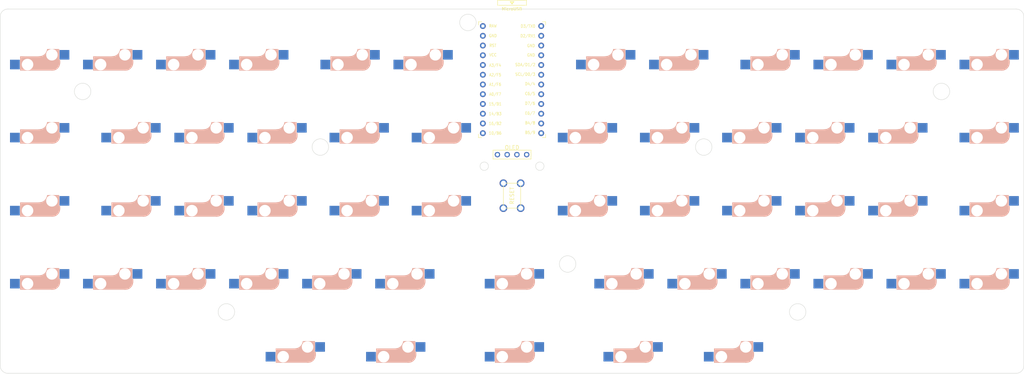
<source format=kicad_pcb>
(kicad_pcb (version 20171130) (host pcbnew "(5.1.9)-1")
  (layers (0 F.Cu signal) (31 B.Cu signal) (34 B.Paste user) (35 F.Paste user) (36 B.SilkS user) (37 F.SilkS user) (38 B.Mask user) (39 F.Mask user) (44 Edge.Cuts user))
  (net 0 "")
  (net 1 /ROW2)
  (net 2 "Net-(D1-Pad2)")
  (net 3 "Net-(D2-Pad2)")
  (net 4 "Net-(D3-Pad2)")
  (net 5 "Net-(D4-Pad2)")
  (net 6 "Net-(D5-Pad2)")
  (net 7 "Net-(D6-Pad2)")
  (net 8 /ROW1)
  (net 9 "Net-(D7-Pad2)")
  (net 10 "Net-(D8-Pad2)")
  (net 11 "Net-(D9-Pad2)")
  (net 12 "Net-(D10-Pad2)")
  (net 13 "Net-(D11-Pad2)")
  (net 14 "Net-(D12-Pad2)")
  (net 15 "Net-(D13-Pad2)")
  (net 16 /ROW4)
  (net 17 "Net-(D14-Pad2)")
  (net 18 "Net-(D15-Pad2)")
  (net 19 "Net-(D16-Pad2)")
  (net 20 "Net-(D17-Pad2)")
  (net 21 "Net-(D18-Pad2)")
  (net 22 "Net-(D19-Pad2)")
  (net 23 /ROW3)
  (net 24 "Net-(D20-Pad2)")
  (net 25 "Net-(D21-Pad2)")
  (net 26 "Net-(D22-Pad2)")
  (net 27 "Net-(D23-Pad2)")
  (net 28 "Net-(D24-Pad2)")
  (net 29 /ROW6)
  (net 30 "Net-(D25-Pad2)")
  (net 31 "Net-(D26-Pad2)")
  (net 32 "Net-(D27-Pad2)")
  (net 33 "Net-(D28-Pad2)")
  (net 34 "Net-(D29-Pad2)")
  (net 35 "Net-(D30-Pad2)")
  (net 36 /ROW5)
  (net 37 "Net-(D31-Pad2)")
  (net 38 "Net-(D32-Pad2)")
  (net 39 "Net-(D33-Pad2)")
  (net 40 "Net-(D34-Pad2)")
  (net 41 "Net-(D35-Pad2)")
  (net 42 "Net-(D36-Pad2)")
  (net 43 /ROW8)
  (net 44 "Net-(D37-Pad2)")
  (net 45 "Net-(D38-Pad2)")
  (net 46 "Net-(D39-Pad2)")
  (net 47 "Net-(D40-Pad2)")
  (net 48 "Net-(D41-Pad2)")
  (net 49 "Net-(D42-Pad2)")
  (net 50 /ROW7)
  (net 51 "Net-(D43-Pad2)")
  (net 52 "Net-(D44-Pad2)")
  (net 53 "Net-(D45-Pad2)")
  (net 54 "Net-(D46-Pad2)")
  (net 55 "Net-(D47-Pad2)")
  (net 56 "Net-(D48-Pad2)")
  (net 57 "Net-(D49-Pad2)")
  (net 58 /ROW9)
  (net 59 "Net-(D50-Pad2)")
  (net 60 "Net-(D51-Pad2)")
  (net 61 "Net-(D52-Pad2)")
  (net 62 "Net-(D53-Pad2)")
  (net 63 "Net-(D54-Pad2)")
  (net 64 VCC)
  (net 65 /LED)
  (net 66 GND)
  (net 67 /SDA)
  (net 68 /SDL)
  (net 69 /COL1)
  (net 70 /COL2)
  (net 71 /COL3)
  (net 72 /COL4)
  (net 73 /COL5)
  (net 74 /COL6)
  (net 75 /RST)
  (net 76 "Net-(U1-Pad24)")
  (module yuiop:Cherry_MX_Stabilizer (layer F.Cu) (at 210 188.0937)
    (fp_text reference REF** hide)
    (fp_text value Cherry_MX_Stabilizer hide)
    (pad "" np_thru_hole circle (at -11.938 6.985 180) (size 3.048 3.048) (drill 3.048) (layers *.Cu *.Mask))
    (pad "" np_thru_hole circle (at -11.938 -8.255 180) (size 3.9878 3.9878) (drill 3.9878) (layers *.Cu *.Mask))
    (pad "" np_thru_hole circle (at 11.938 -8.255 180) (size 3.9878 3.9878) (drill 3.9878) (layers *.Cu *.Mask))
    (pad "" np_thru_hole circle (at 11.938 6.985 180) (size 3.048 3.048) (drill 3.048) (layers *.Cu *.Mask))
  )
  (module yuiop:Cherry_MX_Hotswap_2.0u (layer F.Cu) (at 210 188.09374)
    (fp_text reference SW52 hide)
    (fp_text value SW_PUSH hide)
    (pad "" np_thru_hole circle (at -5.08 0 180) (size 1.9 1.9) (drill 1.9) (layers *.Cu *.Mask))
    (pad "" np_thru_hole circle (at 5.08 0 180) (size 1.9 1.9) (drill 1.9) (layers *.Cu *.Mask))
    (pad 2 smd rect (at -5.842 5.08) (size 2.55 2.5) (layers B.Cu B.Paste B.Mask) (net 61 "Net-(D52-Pad2)"))
    (pad "" np_thru_hole circle (at 0 0 270) (size 4.1 4.1) (drill 4.1) (layers *.Cu *.Mask))
    (pad "" np_thru_hole circle (at -2.54 5.08 180) (size 3 3) (drill 3) (layers *.Cu *.Mask))
    (pad "" np_thru_hole circle (at 3.81 2.54 180) (size 3 3) (drill 3) (layers *.Cu *.Mask))
    (pad 1 smd rect (at 7.085 2.54) (size 2.55 2.5) (layers B.Cu B.Paste B.Mask) (net 74 /COL6))
  )
  (module yuiop:Cherry_MX_Hotswap_1.0u (layer F.Cu) (at 333.8255 169.04374)
    (fp_text reference SW48 hide)
    (fp_text value SW_PUSH hide)
    (pad "" np_thru_hole circle (at 3.81 2.54 180) (size 3 3) (drill 3) (layers *.Cu *.Mask))
    (pad "" np_thru_hole circle (at -2.54 5.08 180) (size 3 3) (drill 3) (layers *.Cu *.Mask))
    (pad 1 smd rect (at 7.085 2.54) (size 2.55 2.5) (layers B.Cu B.Paste B.Mask) (net 74 /COL6))
    (pad "" np_thru_hole circle (at 0 0 270) (size 4.1 4.1) (drill 4.1) (layers *.Cu *.Mask))
    (pad "" np_thru_hole circle (at -5.08 0 180) (size 1.9 1.9) (drill 1.9) (layers *.Cu *.Mask))
    (pad "" np_thru_hole circle (at 5.08 0 180) (size 1.9 1.9) (drill 1.9) (layers *.Cu *.Mask))
    (pad 2 smd rect (at -5.842 5.08) (size 2.55 2.5) (layers B.Cu B.Paste B.Mask) (net 56 "Net-(D48-Pad2)"))
  )
  (module yuiop:Cherry_MX_Hotswap_1.0u (layer F.Cu) (at 333.8255 149.99374)
    (fp_text reference SW36 hide)
    (fp_text value SW_PUSH hide)
    (pad "" np_thru_hole circle (at 3.81 2.54 180) (size 3 3) (drill 3) (layers *.Cu *.Mask))
    (pad "" np_thru_hole circle (at -2.54 5.08 180) (size 3 3) (drill 3) (layers *.Cu *.Mask))
    (pad 1 smd rect (at 7.085 2.54) (size 2.55 2.5) (layers B.Cu B.Paste B.Mask) (net 74 /COL6))
    (pad "" np_thru_hole circle (at 0 0 270) (size 4.1 4.1) (drill 4.1) (layers *.Cu *.Mask))
    (pad "" np_thru_hole circle (at -5.08 0 180) (size 1.9 1.9) (drill 1.9) (layers *.Cu *.Mask))
    (pad "" np_thru_hole circle (at 5.08 0 180) (size 1.9 1.9) (drill 1.9) (layers *.Cu *.Mask))
    (pad 2 smd rect (at -5.842 5.08) (size 2.55 2.5) (layers B.Cu B.Paste B.Mask) (net 42 "Net-(D36-Pad2)"))
  )
  (module yuiop:Cherry_MX_Hotswap_1.0u (layer F.Cu) (at 333.82475 130.94374)
    (fp_text reference SW24 hide)
    (fp_text value SW_PUSH hide)
    (pad "" np_thru_hole circle (at 3.81 2.54 180) (size 3 3) (drill 3) (layers *.Cu *.Mask))
    (pad "" np_thru_hole circle (at -2.54 5.08 180) (size 3 3) (drill 3) (layers *.Cu *.Mask))
    (pad 1 smd rect (at 7.085 2.54) (size 2.55 2.5) (layers B.Cu B.Paste B.Mask) (net 74 /COL6))
    (pad "" np_thru_hole circle (at 0 0 270) (size 4.1 4.1) (drill 4.1) (layers *.Cu *.Mask))
    (pad "" np_thru_hole circle (at -5.08 0 180) (size 1.9 1.9) (drill 1.9) (layers *.Cu *.Mask))
    (pad "" np_thru_hole circle (at 5.08 0 180) (size 1.9 1.9) (drill 1.9) (layers *.Cu *.Mask))
    (pad 2 smd rect (at -5.842 5.08) (size 2.55 2.5) (layers B.Cu B.Paste B.Mask) (net 28 "Net-(D24-Pad2)"))
  )
  (module yuiop:Cherry_MX_Hotswap_1.0u (layer F.Cu) (at 86.175 169.04374)
    (fp_text reference SW37 hide)
    (fp_text value SW_PUSH hide)
    (pad "" np_thru_hole circle (at 3.81 2.54 180) (size 3 3) (drill 3) (layers *.Cu *.Mask))
    (pad "" np_thru_hole circle (at -2.54 5.08 180) (size 3 3) (drill 3) (layers *.Cu *.Mask))
    (pad 1 smd rect (at 7.085 2.54) (size 2.55 2.5) (layers B.Cu B.Paste B.Mask) (net 69 /COL1))
    (pad "" np_thru_hole circle (at 0 0 270) (size 4.1 4.1) (drill 4.1) (layers *.Cu *.Mask))
    (pad "" np_thru_hole circle (at -5.08 0 180) (size 1.9 1.9) (drill 1.9) (layers *.Cu *.Mask))
    (pad "" np_thru_hole circle (at 5.08 0 180) (size 1.9 1.9) (drill 1.9) (layers *.Cu *.Mask))
    (pad 2 smd rect (at -5.842 5.08) (size 2.55 2.5) (layers B.Cu B.Paste B.Mask) (net 44 "Net-(D37-Pad2)"))
  )
  (module yuiop:Cherry_MX_Hotswap_1.0u (layer F.Cu) (at 86.175 149.99374)
    (fp_text reference SW25 hide)
    (fp_text value SW_PUSH hide)
    (pad "" np_thru_hole circle (at 3.81 2.54 180) (size 3 3) (drill 3) (layers *.Cu *.Mask))
    (pad "" np_thru_hole circle (at -2.54 5.08 180) (size 3 3) (drill 3) (layers *.Cu *.Mask))
    (pad 1 smd rect (at 7.085 2.54) (size 2.55 2.5) (layers B.Cu B.Paste B.Mask) (net 69 /COL1))
    (pad "" np_thru_hole circle (at 0 0 270) (size 4.1 4.1) (drill 4.1) (layers *.Cu *.Mask))
    (pad "" np_thru_hole circle (at -5.08 0 180) (size 1.9 1.9) (drill 1.9) (layers *.Cu *.Mask))
    (pad "" np_thru_hole circle (at 5.08 0 180) (size 1.9 1.9) (drill 1.9) (layers *.Cu *.Mask))
    (pad 2 smd rect (at -5.842 5.08) (size 2.55 2.5) (layers B.Cu B.Paste B.Mask) (net 30 "Net-(D25-Pad2)"))
  )
  (module yuiop:Cherry_MX_Hotswap_1.0u (layer F.Cu) (at 86.17505 130.94374)
    (fp_text reference SW13 hide)
    (fp_text value SW_PUSH hide)
    (pad "" np_thru_hole circle (at 3.81 2.54 180) (size 3 3) (drill 3) (layers *.Cu *.Mask))
    (pad "" np_thru_hole circle (at -2.54 5.08 180) (size 3 3) (drill 3) (layers *.Cu *.Mask))
    (pad 1 smd rect (at 7.085 2.54) (size 2.55 2.5) (layers B.Cu B.Paste B.Mask) (net 69 /COL1))
    (pad "" np_thru_hole circle (at 0 0 270) (size 4.1 4.1) (drill 4.1) (layers *.Cu *.Mask))
    (pad "" np_thru_hole circle (at -5.08 0 180) (size 1.9 1.9) (drill 1.9) (layers *.Cu *.Mask))
    (pad "" np_thru_hole circle (at 5.08 0 180) (size 1.9 1.9) (drill 1.9) (layers *.Cu *.Mask))
    (pad 2 smd rect (at -5.842 5.08) (size 2.55 2.5) (layers B.Cu B.Paste B.Mask) (net 15 "Net-(D13-Pad2)"))
  )
  (module yuiop:Cherry_MX_Hotswap_1.0u (layer F.Cu) (at 210 169.04374)
    (fp_text reference SW49 hide)
    (fp_text value SW_PUSH hide)
    (pad "" np_thru_hole circle (at 3.81 2.54 180) (size 3 3) (drill 3) (layers *.Cu *.Mask))
    (pad "" np_thru_hole circle (at -2.54 5.08 180) (size 3 3) (drill 3) (layers *.Cu *.Mask))
    (pad 1 smd rect (at 7.085 2.54) (size 2.55 2.5) (layers B.Cu B.Paste B.Mask) (net 69 /COL1))
    (pad "" np_thru_hole circle (at 0 0 270) (size 4.1 4.1) (drill 4.1) (layers *.Cu *.Mask))
    (pad "" np_thru_hole circle (at -5.08 0 180) (size 1.9 1.9) (drill 1.9) (layers *.Cu *.Mask))
    (pad "" np_thru_hole circle (at 5.08 0 180) (size 1.9 1.9) (drill 1.9) (layers *.Cu *.Mask))
    (pad 2 smd rect (at -5.842 5.08) (size 2.55 2.5) (layers B.Cu B.Paste B.Mask) (net 57 "Net-(D49-Pad2)"))
  )
  (module yuiop:Cherry_MX_Hotswap_1u (layer F.Cu) (at 109.98725 130.94374)
    (fp_text reference SW14 hide)
    (fp_text value SW_PUSH hide)
    (pad "" np_thru_hole circle (at 3.81 2.54 180) (size 3 3) (drill 3) (layers *.Cu *.Mask))
    (pad "" np_thru_hole circle (at -2.54 5.08 180) (size 3 3) (drill 3) (layers *.Cu *.Mask))
    (pad 1 smd rect (at 7.085 2.54) (size 2.55 2.5) (layers B.Cu B.Paste B.Mask) (net 70 /COL2))
    (pad "" np_thru_hole circle (at 0 0 270) (size 4.1 4.1) (drill 4.1) (layers *.Cu *.Mask))
    (pad "" np_thru_hole circle (at -5.08 0 180) (size 1.9 1.9) (drill 1.9) (layers *.Cu *.Mask))
    (pad "" np_thru_hole circle (at 5.08 0 180) (size 1.9 1.9) (drill 1.9) (layers *.Cu *.Mask))
    (pad 2 smd rect (at -5.842 5.08) (size 2.55 2.5) (layers B.Cu B.Paste B.Mask) (net 17 "Net-(D14-Pad2)"))
  )
  (module yuiop:ResetSW_4_1side (layer F.Cu) (at 210 151.18474 90)
    (fp_text reference SW_RST1 hide)
    (fp_text value SW_PUSH)
    (fp_text user RESET (at 0 0 90) (layer F.SilkS))
    (pad 1 thru_hole circle (at 3.25 -2.25 90) (size 2 2) (drill 1.3) (layers *.Cu B.Mask) (net 75 /RST))
    (pad 1 thru_hole circle (at -3.25 -2.25 90) (size 2 2) (drill 1.3) (layers *.Cu B.Mask) (net 75 /RST))
    (pad 2 thru_hole circle (at 3.25 2.25 90) (size 2 2) (drill 1.3) (layers *.Cu B.Mask) (net 66 GND))
    (pad 2 thru_hole circle (at -3.25 2.25 90) (size 2 2) (drill 1.3) (layers *.Cu B.Mask) (net 66 GND))
  )
  (module yuiop:OLED_128x32 (layer F.Cu) (at 210 140.46874)
    (fp_text reference OL1)
    (fp_text value OLED hide)
    (fp_text user OLED (at 0 -1.85) (layer F.SilkS))
    (pad 3 thru_hole circle (at 1.27 0) (size 1.397 1.397) (drill 0.8128) (layers *.Cu B.Mask) (net 64 VCC))
    (pad 4 thru_hole circle (at 3.81 0) (size 1.397 1.397) (drill 0.8128) (layers *.Cu B.Mask) (net 66 GND))
    (pad 1 thru_hole circle (at -3.81 0) (size 1.397 1.397) (drill 0.8128) (layers *.Cu B.Mask) (net 67 /SDA))
    (pad 2 thru_hole circle (at -1.27 0) (size 1.397 1.397) (drill 0.8128) (layers *.Cu B.Mask) (net 68 /SDL))
  )
  (module yuiop:Cherry_MX_Hotswap_1u (layer F.Cu) (at 86.17505 111.89374)
    (fp_text reference SW1 hide)
    (fp_text value SW_PUSH hide)
    (pad 2 smd rect (at -5.842 5.08) (size 2.55 2.5) (layers B.Cu B.Paste B.Mask) (net 2 "Net-(D1-Pad2)"))
    (pad "" np_thru_hole circle (at 5.08 0 180) (size 1.9 1.9) (drill 1.9) (layers *.Cu *.Mask))
    (pad "" np_thru_hole circle (at -5.08 0 180) (size 1.9 1.9) (drill 1.9) (layers *.Cu *.Mask))
    (pad "" np_thru_hole circle (at 0 0 270) (size 4.1 4.1) (drill 4.1) (layers *.Cu *.Mask))
    (pad 1 smd rect (at 7.085 2.54) (size 2.55 2.5) (layers B.Cu B.Paste B.Mask) (net 69 /COL1))
    (pad "" np_thru_hole circle (at -2.54 5.08 180) (size 3 3) (drill 3) (layers *.Cu *.Mask))
    (pad "" np_thru_hole circle (at 3.81 2.54 180) (size 3 3) (drill 3) (layers *.Cu *.Mask))
  )
  (module yuiop:Cherry_MX_Hotswap_1u (layer F.Cu) (at 105.22525 111.89374)
    (fp_text reference SW2 hide)
    (fp_text value SW_PUSH hide)
    (pad 2 smd rect (at -5.842 5.08) (size 2.55 2.5) (layers B.Cu B.Paste B.Mask) (net 3 "Net-(D2-Pad2)"))
    (pad "" np_thru_hole circle (at 5.08 0 180) (size 1.9 1.9) (drill 1.9) (layers *.Cu *.Mask))
    (pad "" np_thru_hole circle (at -5.08 0 180) (size 1.9 1.9) (drill 1.9) (layers *.Cu *.Mask))
    (pad "" np_thru_hole circle (at 0 0 270) (size 4.1 4.1) (drill 4.1) (layers *.Cu *.Mask))
    (pad 1 smd rect (at 7.085 2.54) (size 2.55 2.5) (layers B.Cu B.Paste B.Mask) (net 70 /COL2))
    (pad "" np_thru_hole circle (at -2.54 5.08 180) (size 3 3) (drill 3) (layers *.Cu *.Mask))
    (pad "" np_thru_hole circle (at 3.81 2.54 180) (size 3 3) (drill 3) (layers *.Cu *.Mask))
  )
  (module yuiop:Cherry_MX_Hotswap_1u (layer F.Cu) (at 124.27525 111.89374)
    (fp_text reference SW3 hide)
    (fp_text value SW_PUSH hide)
    (pad "" np_thru_hole circle (at 3.81 2.54 180) (size 3 3) (drill 3) (layers *.Cu *.Mask))
    (pad "" np_thru_hole circle (at -2.54 5.08 180) (size 3 3) (drill 3) (layers *.Cu *.Mask))
    (pad 1 smd rect (at 7.085 2.54) (size 2.55 2.5) (layers B.Cu B.Paste B.Mask) (net 71 /COL3))
    (pad "" np_thru_hole circle (at 0 0 270) (size 4.1 4.1) (drill 4.1) (layers *.Cu *.Mask))
    (pad "" np_thru_hole circle (at -5.08 0 180) (size 1.9 1.9) (drill 1.9) (layers *.Cu *.Mask))
    (pad "" np_thru_hole circle (at 5.08 0 180) (size 1.9 1.9) (drill 1.9) (layers *.Cu *.Mask))
    (pad 2 smd rect (at -5.842 5.08) (size 2.55 2.5) (layers B.Cu B.Paste B.Mask) (net 4 "Net-(D3-Pad2)"))
  )
  (module yuiop:Cherry_MX_Hotswap_1u (layer F.Cu) (at 143.32525 111.89374)
    (fp_text reference SW4 hide)
    (fp_text value SW_PUSH hide)
    (pad 2 smd rect (at -5.842 5.08) (size 2.55 2.5) (layers B.Cu B.Paste B.Mask) (net 5 "Net-(D4-Pad2)"))
    (pad "" np_thru_hole circle (at 5.08 0 180) (size 1.9 1.9) (drill 1.9) (layers *.Cu *.Mask))
    (pad "" np_thru_hole circle (at -5.08 0 180) (size 1.9 1.9) (drill 1.9) (layers *.Cu *.Mask))
    (pad "" np_thru_hole circle (at 0 0 270) (size 4.1 4.1) (drill 4.1) (layers *.Cu *.Mask))
    (pad 1 smd rect (at 7.085 2.54) (size 2.55 2.5) (layers B.Cu B.Paste B.Mask) (net 72 /COL4))
    (pad "" np_thru_hole circle (at -2.54 5.08 180) (size 3 3) (drill 3) (layers *.Cu *.Mask))
    (pad "" np_thru_hole circle (at 3.81 2.54 180) (size 3 3) (drill 3) (layers *.Cu *.Mask))
  )
  (module yuiop:Cherry_MX_Hotswap_1u (layer F.Cu) (at 167.13725 111.89374)
    (fp_text reference SW5 hide)
    (fp_text value SW_PUSH hide)
    (pad 2 smd rect (at -5.842 5.08) (size 2.55 2.5) (layers B.Cu B.Paste B.Mask) (net 6 "Net-(D5-Pad2)"))
    (pad "" np_thru_hole circle (at 5.08 0 180) (size 1.9 1.9) (drill 1.9) (layers *.Cu *.Mask))
    (pad "" np_thru_hole circle (at -5.08 0 180) (size 1.9 1.9) (drill 1.9) (layers *.Cu *.Mask))
    (pad "" np_thru_hole circle (at 0 0 270) (size 4.1 4.1) (drill 4.1) (layers *.Cu *.Mask))
    (pad 1 smd rect (at 7.085 2.54) (size 2.55 2.5) (layers B.Cu B.Paste B.Mask) (net 73 /COL5))
    (pad "" np_thru_hole circle (at -2.54 5.08 180) (size 3 3) (drill 3) (layers *.Cu *.Mask))
    (pad "" np_thru_hole circle (at 3.81 2.54 180) (size 3 3) (drill 3) (layers *.Cu *.Mask))
  )
  (module yuiop:Cherry_MX_Hotswap_1u (layer F.Cu) (at 186.18725 111.89374)
    (fp_text reference SW6 hide)
    (fp_text value SW_PUSH hide)
    (pad "" np_thru_hole circle (at 3.81 2.54 180) (size 3 3) (drill 3) (layers *.Cu *.Mask))
    (pad "" np_thru_hole circle (at -2.54 5.08 180) (size 3 3) (drill 3) (layers *.Cu *.Mask))
    (pad 1 smd rect (at 7.085 2.54) (size 2.55 2.5) (layers B.Cu B.Paste B.Mask) (net 74 /COL6))
    (pad "" np_thru_hole circle (at 0 0 270) (size 4.1 4.1) (drill 4.1) (layers *.Cu *.Mask))
    (pad "" np_thru_hole circle (at -5.08 0 180) (size 1.9 1.9) (drill 1.9) (layers *.Cu *.Mask))
    (pad "" np_thru_hole circle (at 5.08 0 180) (size 1.9 1.9) (drill 1.9) (layers *.Cu *.Mask))
    (pad 2 smd rect (at -5.842 5.08) (size 2.55 2.5) (layers B.Cu B.Paste B.Mask) (net 7 "Net-(D6-Pad2)"))
  )
  (module yuiop:Cherry_MX_Hotswap_1u (layer F.Cu) (at 233.81275 111.89374)
    (fp_text reference SW7 hide)
    (fp_text value SW_PUSH hide)
    (pad "" np_thru_hole circle (at 3.81 2.54 180) (size 3 3) (drill 3) (layers *.Cu *.Mask))
    (pad "" np_thru_hole circle (at -2.54 5.08 180) (size 3 3) (drill 3) (layers *.Cu *.Mask))
    (pad 1 smd rect (at 7.085 2.54) (size 2.55 2.5) (layers B.Cu B.Paste B.Mask) (net 69 /COL1))
    (pad "" np_thru_hole circle (at 0 0 270) (size 4.1 4.1) (drill 4.1) (layers *.Cu *.Mask))
    (pad "" np_thru_hole circle (at -5.08 0 180) (size 1.9 1.9) (drill 1.9) (layers *.Cu *.Mask))
    (pad "" np_thru_hole circle (at 5.08 0 180) (size 1.9 1.9) (drill 1.9) (layers *.Cu *.Mask))
    (pad 2 smd rect (at -5.842 5.08) (size 2.55 2.5) (layers B.Cu B.Paste B.Mask) (net 9 "Net-(D7-Pad2)"))
  )
  (module yuiop:Cherry_MX_Hotswap_1u (layer F.Cu) (at 252.86275 111.89374)
    (fp_text reference SW8 hide)
    (fp_text value SW_PUSH hide)
    (pad "" np_thru_hole circle (at 3.81 2.54 180) (size 3 3) (drill 3) (layers *.Cu *.Mask))
    (pad "" np_thru_hole circle (at -2.54 5.08 180) (size 3 3) (drill 3) (layers *.Cu *.Mask))
    (pad 1 smd rect (at 7.085 2.54) (size 2.55 2.5) (layers B.Cu B.Paste B.Mask) (net 70 /COL2))
    (pad "" np_thru_hole circle (at 0 0 270) (size 4.1 4.1) (drill 4.1) (layers *.Cu *.Mask))
    (pad "" np_thru_hole circle (at -5.08 0 180) (size 1.9 1.9) (drill 1.9) (layers *.Cu *.Mask))
    (pad "" np_thru_hole circle (at 5.08 0 180) (size 1.9 1.9) (drill 1.9) (layers *.Cu *.Mask))
    (pad 2 smd rect (at -5.842 5.08) (size 2.55 2.5) (layers B.Cu B.Paste B.Mask) (net 10 "Net-(D8-Pad2)"))
  )
  (module yuiop:Cherry_MX_Hotswap_1u (layer F.Cu) (at 276.67475 111.89374)
    (fp_text reference SW9 hide)
    (fp_text value SW_PUSH hide)
    (pad 2 smd rect (at -5.842 5.08) (size 2.55 2.5) (layers B.Cu B.Paste B.Mask) (net 11 "Net-(D9-Pad2)"))
    (pad "" np_thru_hole circle (at 5.08 0 180) (size 1.9 1.9) (drill 1.9) (layers *.Cu *.Mask))
    (pad "" np_thru_hole circle (at -5.08 0 180) (size 1.9 1.9) (drill 1.9) (layers *.Cu *.Mask))
    (pad "" np_thru_hole circle (at 0 0 270) (size 4.1 4.1) (drill 4.1) (layers *.Cu *.Mask))
    (pad 1 smd rect (at 7.085 2.54) (size 2.55 2.5) (layers B.Cu B.Paste B.Mask) (net 71 /COL3))
    (pad "" np_thru_hole circle (at -2.54 5.08 180) (size 3 3) (drill 3) (layers *.Cu *.Mask))
    (pad "" np_thru_hole circle (at 3.81 2.54 180) (size 3 3) (drill 3) (layers *.Cu *.Mask))
  )
  (module yuiop:Cherry_MX_Hotswap_1u (layer F.Cu) (at 295.72475 111.89374)
    (fp_text reference SW10 hide)
    (fp_text value SW_PUSH hide)
    (pad 2 smd rect (at -5.842 5.08) (size 2.55 2.5) (layers B.Cu B.Paste B.Mask) (net 12 "Net-(D10-Pad2)"))
    (pad "" np_thru_hole circle (at 5.08 0 180) (size 1.9 1.9) (drill 1.9) (layers *.Cu *.Mask))
    (pad "" np_thru_hole circle (at -5.08 0 180) (size 1.9 1.9) (drill 1.9) (layers *.Cu *.Mask))
    (pad "" np_thru_hole circle (at 0 0 270) (size 4.1 4.1) (drill 4.1) (layers *.Cu *.Mask))
    (pad 1 smd rect (at 7.085 2.54) (size 2.55 2.5) (layers B.Cu B.Paste B.Mask) (net 72 /COL4))
    (pad "" np_thru_hole circle (at -2.54 5.08 180) (size 3 3) (drill 3) (layers *.Cu *.Mask))
    (pad "" np_thru_hole circle (at 3.81 2.54 180) (size 3 3) (drill 3) (layers *.Cu *.Mask))
  )
  (module yuiop:Cherry_MX_Hotswap_1u (layer F.Cu) (at 314.77475 111.89374)
    (fp_text reference SW11 hide)
    (fp_text value SW_PUSH hide)
    (pad 2 smd rect (at -5.842 5.08) (size 2.55 2.5) (layers B.Cu B.Paste B.Mask) (net 13 "Net-(D11-Pad2)"))
    (pad "" np_thru_hole circle (at 5.08 0 180) (size 1.9 1.9) (drill 1.9) (layers *.Cu *.Mask))
    (pad "" np_thru_hole circle (at -5.08 0 180) (size 1.9 1.9) (drill 1.9) (layers *.Cu *.Mask))
    (pad "" np_thru_hole circle (at 0 0 270) (size 4.1 4.1) (drill 4.1) (layers *.Cu *.Mask))
    (pad 1 smd rect (at 7.085 2.54) (size 2.55 2.5) (layers B.Cu B.Paste B.Mask) (net 73 /COL5))
    (pad "" np_thru_hole circle (at -2.54 5.08 180) (size 3 3) (drill 3) (layers *.Cu *.Mask))
    (pad "" np_thru_hole circle (at 3.81 2.54 180) (size 3 3) (drill 3) (layers *.Cu *.Mask))
  )
  (module yuiop:Cherry_MX_Hotswap_1u (layer F.Cu) (at 333.82475 111.89374)
    (fp_text reference SW12 hide)
    (fp_text value SW_PUSH hide)
    (pad "" np_thru_hole circle (at 3.81 2.54 180) (size 3 3) (drill 3) (layers *.Cu *.Mask))
    (pad "" np_thru_hole circle (at -2.54 5.08 180) (size 3 3) (drill 3) (layers *.Cu *.Mask))
    (pad 1 smd rect (at 7.085 2.54) (size 2.55 2.5) (layers B.Cu B.Paste B.Mask) (net 74 /COL6))
    (pad "" np_thru_hole circle (at 0 0 270) (size 4.1 4.1) (drill 4.1) (layers *.Cu *.Mask))
    (pad "" np_thru_hole circle (at -5.08 0 180) (size 1.9 1.9) (drill 1.9) (layers *.Cu *.Mask))
    (pad "" np_thru_hole circle (at 5.08 0 180) (size 1.9 1.9) (drill 1.9) (layers *.Cu *.Mask))
    (pad 2 smd rect (at -5.842 5.08) (size 2.55 2.5) (layers B.Cu B.Paste B.Mask) (net 14 "Net-(D12-Pad2)"))
  )
  (module yuiop:Cherry_MX_Hotswap_1u (layer F.Cu) (at 129.03725 130.94374)
    (fp_text reference SW15 hide)
    (fp_text value SW_PUSH hide)
    (pad "" np_thru_hole circle (at 3.81 2.54 180) (size 3 3) (drill 3) (layers *.Cu *.Mask))
    (pad "" np_thru_hole circle (at -2.54 5.08 180) (size 3 3) (drill 3) (layers *.Cu *.Mask))
    (pad 1 smd rect (at 7.085 2.54) (size 2.55 2.5) (layers B.Cu B.Paste B.Mask) (net 71 /COL3))
    (pad "" np_thru_hole circle (at 0 0 270) (size 4.1 4.1) (drill 4.1) (layers *.Cu *.Mask))
    (pad "" np_thru_hole circle (at -5.08 0 180) (size 1.9 1.9) (drill 1.9) (layers *.Cu *.Mask))
    (pad "" np_thru_hole circle (at 5.08 0 180) (size 1.9 1.9) (drill 1.9) (layers *.Cu *.Mask))
    (pad 2 smd rect (at -5.842 5.08) (size 2.55 2.5) (layers B.Cu B.Paste B.Mask) (net 18 "Net-(D15-Pad2)"))
  )
  (module yuiop:Cherry_MX_Hotswap_1u (layer F.Cu) (at 148.08725 130.94374)
    (fp_text reference SW16 hide)
    (fp_text value SW_PUSH hide)
    (pad "" np_thru_hole circle (at 3.81 2.54 180) (size 3 3) (drill 3) (layers *.Cu *.Mask))
    (pad "" np_thru_hole circle (at -2.54 5.08 180) (size 3 3) (drill 3) (layers *.Cu *.Mask))
    (pad 1 smd rect (at 7.085 2.54) (size 2.55 2.5) (layers B.Cu B.Paste B.Mask) (net 72 /COL4))
    (pad "" np_thru_hole circle (at 0 0 270) (size 4.1 4.1) (drill 4.1) (layers *.Cu *.Mask))
    (pad "" np_thru_hole circle (at -5.08 0 180) (size 1.9 1.9) (drill 1.9) (layers *.Cu *.Mask))
    (pad "" np_thru_hole circle (at 5.08 0 180) (size 1.9 1.9) (drill 1.9) (layers *.Cu *.Mask))
    (pad 2 smd rect (at -5.842 5.08) (size 2.55 2.5) (layers B.Cu B.Paste B.Mask) (net 19 "Net-(D16-Pad2)"))
  )
  (module yuiop:Cherry_MX_Hotswap_1u (layer F.Cu) (at 169.51899 130.94374)
    (fp_text reference SW17 hide)
    (fp_text value SW_PUSH hide)
    (pad 2 smd rect (at -5.842 5.08) (size 2.55 2.5) (layers B.Cu B.Paste B.Mask) (net 20 "Net-(D17-Pad2)"))
    (pad "" np_thru_hole circle (at 5.08 0 180) (size 1.9 1.9) (drill 1.9) (layers *.Cu *.Mask))
    (pad "" np_thru_hole circle (at -5.08 0 180) (size 1.9 1.9) (drill 1.9) (layers *.Cu *.Mask))
    (pad "" np_thru_hole circle (at 0 0 270) (size 4.1 4.1) (drill 4.1) (layers *.Cu *.Mask))
    (pad 1 smd rect (at 7.085 2.54) (size 2.55 2.5) (layers B.Cu B.Paste B.Mask) (net 73 /COL5))
    (pad "" np_thru_hole circle (at -2.54 5.08 180) (size 3 3) (drill 3) (layers *.Cu *.Mask))
    (pad "" np_thru_hole circle (at 3.81 2.54 180) (size 3 3) (drill 3) (layers *.Cu *.Mask))
  )
  (module yuiop:Cherry_MX_Hotswap_1u (layer F.Cu) (at 190.95025 130.94374)
    (fp_text reference SW18 hide)
    (fp_text value SW_PUSH hide)
    (pad "" np_thru_hole circle (at 3.81 2.54 180) (size 3 3) (drill 3) (layers *.Cu *.Mask))
    (pad "" np_thru_hole circle (at -2.54 5.08 180) (size 3 3) (drill 3) (layers *.Cu *.Mask))
    (pad 1 smd rect (at 7.085 2.54) (size 2.55 2.5) (layers B.Cu B.Paste B.Mask) (net 74 /COL6))
    (pad "" np_thru_hole circle (at 0 0 270) (size 4.1 4.1) (drill 4.1) (layers *.Cu *.Mask))
    (pad "" np_thru_hole circle (at -5.08 0 180) (size 1.9 1.9) (drill 1.9) (layers *.Cu *.Mask))
    (pad "" np_thru_hole circle (at 5.08 0 180) (size 1.9 1.9) (drill 1.9) (layers *.Cu *.Mask))
    (pad 2 smd rect (at -5.842 5.08) (size 2.55 2.5) (layers B.Cu B.Paste B.Mask) (net 21 "Net-(D18-Pad2)"))
  )
  (module yuiop:Cherry_MX_Hotswap_1u (layer F.Cu) (at 229.04975 130.94374)
    (fp_text reference SW19 hide)
    (fp_text value SW_PUSH hide)
    (pad "" np_thru_hole circle (at 3.81 2.54 180) (size 3 3) (drill 3) (layers *.Cu *.Mask))
    (pad "" np_thru_hole circle (at -2.54 5.08 180) (size 3 3) (drill 3) (layers *.Cu *.Mask))
    (pad 1 smd rect (at 7.085 2.54) (size 2.55 2.5) (layers B.Cu B.Paste B.Mask) (net 69 /COL1))
    (pad "" np_thru_hole circle (at 0 0 270) (size 4.1 4.1) (drill 4.1) (layers *.Cu *.Mask))
    (pad "" np_thru_hole circle (at -5.08 0 180) (size 1.9 1.9) (drill 1.9) (layers *.Cu *.Mask))
    (pad "" np_thru_hole circle (at 5.08 0 180) (size 1.9 1.9) (drill 1.9) (layers *.Cu *.Mask))
    (pad 2 smd rect (at -5.842 5.08) (size 2.55 2.5) (layers B.Cu B.Paste B.Mask) (net 22 "Net-(D19-Pad2)"))
  )
  (module yuiop:Cherry_MX_Hotswap_1u (layer F.Cu) (at 250.48101 130.94374)
    (fp_text reference SW20 hide)
    (fp_text value SW_PUSH hide)
    (pad "" np_thru_hole circle (at 3.81 2.54 180) (size 3 3) (drill 3) (layers *.Cu *.Mask))
    (pad "" np_thru_hole circle (at -2.54 5.08 180) (size 3 3) (drill 3) (layers *.Cu *.Mask))
    (pad 1 smd rect (at 7.085 2.54) (size 2.55 2.5) (layers B.Cu B.Paste B.Mask) (net 70 /COL2))
    (pad "" np_thru_hole circle (at 0 0 270) (size 4.1 4.1) (drill 4.1) (layers *.Cu *.Mask))
    (pad "" np_thru_hole circle (at -5.08 0 180) (size 1.9 1.9) (drill 1.9) (layers *.Cu *.Mask))
    (pad "" np_thru_hole circle (at 5.08 0 180) (size 1.9 1.9) (drill 1.9) (layers *.Cu *.Mask))
    (pad 2 smd rect (at -5.842 5.08) (size 2.55 2.5) (layers B.Cu B.Paste B.Mask) (net 24 "Net-(D20-Pad2)"))
  )
  (module yuiop:Cherry_MX_Hotswap_1u (layer F.Cu) (at 271.91275 130.94374)
    (fp_text reference SW21 hide)
    (fp_text value SW_PUSH hide)
    (pad 2 smd rect (at -5.842 5.08) (size 2.55 2.5) (layers B.Cu B.Paste B.Mask) (net 25 "Net-(D21-Pad2)"))
    (pad "" np_thru_hole circle (at 5.08 0 180) (size 1.9 1.9) (drill 1.9) (layers *.Cu *.Mask))
    (pad "" np_thru_hole circle (at -5.08 0 180) (size 1.9 1.9) (drill 1.9) (layers *.Cu *.Mask))
    (pad "" np_thru_hole circle (at 0 0 270) (size 4.1 4.1) (drill 4.1) (layers *.Cu *.Mask))
    (pad 1 smd rect (at 7.085 2.54) (size 2.55 2.5) (layers B.Cu B.Paste B.Mask) (net 71 /COL3))
    (pad "" np_thru_hole circle (at -2.54 5.08 180) (size 3 3) (drill 3) (layers *.Cu *.Mask))
    (pad "" np_thru_hole circle (at 3.81 2.54 180) (size 3 3) (drill 3) (layers *.Cu *.Mask))
  )
  (module yuiop:Cherry_MX_Hotswap_1u (layer F.Cu) (at 290.96275 130.94374)
    (fp_text reference SW22 hide)
    (fp_text value SW_PUSH hide)
    (pad 2 smd rect (at -5.842 5.08) (size 2.55 2.5) (layers B.Cu B.Paste B.Mask) (net 26 "Net-(D22-Pad2)"))
    (pad "" np_thru_hole circle (at 5.08 0 180) (size 1.9 1.9) (drill 1.9) (layers *.Cu *.Mask))
    (pad "" np_thru_hole circle (at -5.08 0 180) (size 1.9 1.9) (drill 1.9) (layers *.Cu *.Mask))
    (pad "" np_thru_hole circle (at 0 0 270) (size 4.1 4.1) (drill 4.1) (layers *.Cu *.Mask))
    (pad 1 smd rect (at 7.085 2.54) (size 2.55 2.5) (layers B.Cu B.Paste B.Mask) (net 72 /COL4))
    (pad "" np_thru_hole circle (at -2.54 5.08 180) (size 3 3) (drill 3) (layers *.Cu *.Mask))
    (pad "" np_thru_hole circle (at 3.81 2.54 180) (size 3 3) (drill 3) (layers *.Cu *.Mask))
  )
  (module yuiop:Cherry_MX_Hotswap_1u (layer F.Cu) (at 310.01275 130.94374)
    (fp_text reference SW23 hide)
    (fp_text value SW_PUSH hide)
    (pad "" np_thru_hole circle (at 3.81 2.54 180) (size 3 3) (drill 3) (layers *.Cu *.Mask))
    (pad "" np_thru_hole circle (at -2.54 5.08 180) (size 3 3) (drill 3) (layers *.Cu *.Mask))
    (pad 1 smd rect (at 7.085 2.54) (size 2.55 2.5) (layers B.Cu B.Paste B.Mask) (net 73 /COL5))
    (pad "" np_thru_hole circle (at 0 0 270) (size 4.1 4.1) (drill 4.1) (layers *.Cu *.Mask))
    (pad "" np_thru_hole circle (at -5.08 0 180) (size 1.9 1.9) (drill 1.9) (layers *.Cu *.Mask))
    (pad "" np_thru_hole circle (at 5.08 0 180) (size 1.9 1.9) (drill 1.9) (layers *.Cu *.Mask))
    (pad 2 smd rect (at -5.842 5.08) (size 2.55 2.5) (layers B.Cu B.Paste B.Mask) (net 27 "Net-(D23-Pad2)"))
  )
  (module yuiop:Cherry_MX_Hotswap_1u (layer F.Cu) (at 109.98725 149.99374)
    (fp_text reference SW26 hide)
    (fp_text value SW_PUSH hide)
    (pad 2 smd rect (at -5.842 5.08) (size 2.55 2.5) (layers B.Cu B.Paste B.Mask) (net 31 "Net-(D26-Pad2)"))
    (pad "" np_thru_hole circle (at 5.08 0 180) (size 1.9 1.9) (drill 1.9) (layers *.Cu *.Mask))
    (pad "" np_thru_hole circle (at -5.08 0 180) (size 1.9 1.9) (drill 1.9) (layers *.Cu *.Mask))
    (pad "" np_thru_hole circle (at 0 0 270) (size 4.1 4.1) (drill 4.1) (layers *.Cu *.Mask))
    (pad 1 smd rect (at 7.085 2.54) (size 2.55 2.5) (layers B.Cu B.Paste B.Mask) (net 70 /COL2))
    (pad "" np_thru_hole circle (at -2.54 5.08 180) (size 3 3) (drill 3) (layers *.Cu *.Mask))
    (pad "" np_thru_hole circle (at 3.81 2.54 180) (size 3 3) (drill 3) (layers *.Cu *.Mask))
  )
  (module yuiop:Cherry_MX_Hotswap_1u (layer F.Cu) (at 129.03725 149.99374)
    (fp_text reference SW27 hide)
    (fp_text value SW_PUSH hide)
    (pad "" np_thru_hole circle (at 3.81 2.54 180) (size 3 3) (drill 3) (layers *.Cu *.Mask))
    (pad "" np_thru_hole circle (at -2.54 5.08 180) (size 3 3) (drill 3) (layers *.Cu *.Mask))
    (pad 1 smd rect (at 7.085 2.54) (size 2.55 2.5) (layers B.Cu B.Paste B.Mask) (net 71 /COL3))
    (pad "" np_thru_hole circle (at 0 0 270) (size 4.1 4.1) (drill 4.1) (layers *.Cu *.Mask))
    (pad "" np_thru_hole circle (at -5.08 0 180) (size 1.9 1.9) (drill 1.9) (layers *.Cu *.Mask))
    (pad "" np_thru_hole circle (at 5.08 0 180) (size 1.9 1.9) (drill 1.9) (layers *.Cu *.Mask))
    (pad 2 smd rect (at -5.842 5.08) (size 2.55 2.5) (layers B.Cu B.Paste B.Mask) (net 32 "Net-(D27-Pad2)"))
  )
  (module yuiop:Cherry_MX_Hotswap_1u (layer F.Cu) (at 148.08725 149.99374)
    (fp_text reference SW28 hide)
    (fp_text value SW_PUSH hide)
    (pad 2 smd rect (at -5.842 5.08) (size 2.55 2.5) (layers B.Cu B.Paste B.Mask) (net 33 "Net-(D28-Pad2)"))
    (pad "" np_thru_hole circle (at 5.08 0 180) (size 1.9 1.9) (drill 1.9) (layers *.Cu *.Mask))
    (pad "" np_thru_hole circle (at -5.08 0 180) (size 1.9 1.9) (drill 1.9) (layers *.Cu *.Mask))
    (pad "" np_thru_hole circle (at 0 0 270) (size 4.1 4.1) (drill 4.1) (layers *.Cu *.Mask))
    (pad 1 smd rect (at 7.085 2.54) (size 2.55 2.5) (layers B.Cu B.Paste B.Mask) (net 72 /COL4))
    (pad "" np_thru_hole circle (at -2.54 5.08 180) (size 3 3) (drill 3) (layers *.Cu *.Mask))
    (pad "" np_thru_hole circle (at 3.81 2.54 180) (size 3 3) (drill 3) (layers *.Cu *.Mask))
  )
  (module yuiop:Cherry_MX_Hotswap_1u (layer F.Cu) (at 169.51899 149.99374)
    (fp_text reference SW29 hide)
    (fp_text value SW_PUSH hide)
    (pad 2 smd rect (at -5.842 5.08) (size 2.55 2.5) (layers B.Cu B.Paste B.Mask) (net 34 "Net-(D29-Pad2)"))
    (pad "" np_thru_hole circle (at 5.08 0 180) (size 1.9 1.9) (drill 1.9) (layers *.Cu *.Mask))
    (pad "" np_thru_hole circle (at -5.08 0 180) (size 1.9 1.9) (drill 1.9) (layers *.Cu *.Mask))
    (pad "" np_thru_hole circle (at 0 0 270) (size 4.1 4.1) (drill 4.1) (layers *.Cu *.Mask))
    (pad 1 smd rect (at 7.085 2.54) (size 2.55 2.5) (layers B.Cu B.Paste B.Mask) (net 73 /COL5))
    (pad "" np_thru_hole circle (at -2.54 5.08 180) (size 3 3) (drill 3) (layers *.Cu *.Mask))
    (pad "" np_thru_hole circle (at 3.81 2.54 180) (size 3 3) (drill 3) (layers *.Cu *.Mask))
  )
  (module yuiop:Cherry_MX_Hotswap_1u (layer F.Cu) (at 190.95025 149.99374)
    (fp_text reference SW30 hide)
    (fp_text value SW_PUSH hide)
    (pad 2 smd rect (at -5.842 5.08) (size 2.55 2.5) (layers B.Cu B.Paste B.Mask) (net 35 "Net-(D30-Pad2)"))
    (pad "" np_thru_hole circle (at 5.08 0 180) (size 1.9 1.9) (drill 1.9) (layers *.Cu *.Mask))
    (pad "" np_thru_hole circle (at -5.08 0 180) (size 1.9 1.9) (drill 1.9) (layers *.Cu *.Mask))
    (pad "" np_thru_hole circle (at 0 0 270) (size 4.1 4.1) (drill 4.1) (layers *.Cu *.Mask))
    (pad 1 smd rect (at 7.085 2.54) (size 2.55 2.5) (layers B.Cu B.Paste B.Mask) (net 74 /COL6))
    (pad "" np_thru_hole circle (at -2.54 5.08 180) (size 3 3) (drill 3) (layers *.Cu *.Mask))
    (pad "" np_thru_hole circle (at 3.81 2.54 180) (size 3 3) (drill 3) (layers *.Cu *.Mask))
  )
  (module yuiop:Cherry_MX_Hotswap_1u (layer F.Cu) (at 229.04975 149.99374)
    (fp_text reference SW31 hide)
    (fp_text value SW_PUSH hide)
    (pad 2 smd rect (at -5.842 5.08) (size 2.55 2.5) (layers B.Cu B.Paste B.Mask) (net 37 "Net-(D31-Pad2)"))
    (pad "" np_thru_hole circle (at 5.08 0 180) (size 1.9 1.9) (drill 1.9) (layers *.Cu *.Mask))
    (pad "" np_thru_hole circle (at -5.08 0 180) (size 1.9 1.9) (drill 1.9) (layers *.Cu *.Mask))
    (pad "" np_thru_hole circle (at 0 0 270) (size 4.1 4.1) (drill 4.1) (layers *.Cu *.Mask))
    (pad 1 smd rect (at 7.085 2.54) (size 2.55 2.5) (layers B.Cu B.Paste B.Mask) (net 69 /COL1))
    (pad "" np_thru_hole circle (at -2.54 5.08 180) (size 3 3) (drill 3) (layers *.Cu *.Mask))
    (pad "" np_thru_hole circle (at 3.81 2.54 180) (size 3 3) (drill 3) (layers *.Cu *.Mask))
  )
  (module yuiop:Cherry_MX_Hotswap_1u (layer F.Cu) (at 250.48101 149.99374)
    (fp_text reference SW32 hide)
    (fp_text value SW_PUSH hide)
    (pad "" np_thru_hole circle (at 3.81 2.54 180) (size 3 3) (drill 3) (layers *.Cu *.Mask))
    (pad "" np_thru_hole circle (at -2.54 5.08 180) (size 3 3) (drill 3) (layers *.Cu *.Mask))
    (pad 1 smd rect (at 7.085 2.54) (size 2.55 2.5) (layers B.Cu B.Paste B.Mask) (net 70 /COL2))
    (pad "" np_thru_hole circle (at 0 0 270) (size 4.1 4.1) (drill 4.1) (layers *.Cu *.Mask))
    (pad "" np_thru_hole circle (at -5.08 0 180) (size 1.9 1.9) (drill 1.9) (layers *.Cu *.Mask))
    (pad "" np_thru_hole circle (at 5.08 0 180) (size 1.9 1.9) (drill 1.9) (layers *.Cu *.Mask))
    (pad 2 smd rect (at -5.842 5.08) (size 2.55 2.5) (layers B.Cu B.Paste B.Mask) (net 38 "Net-(D32-Pad2)"))
  )
  (module yuiop:Cherry_MX_Hotswap_1u (layer F.Cu) (at 271.91275 149.99374)
    (fp_text reference SW33 hide)
    (fp_text value SW_PUSH hide)
    (pad 2 smd rect (at -5.842 5.08) (size 2.55 2.5) (layers B.Cu B.Paste B.Mask) (net 39 "Net-(D33-Pad2)"))
    (pad "" np_thru_hole circle (at 5.08 0 180) (size 1.9 1.9) (drill 1.9) (layers *.Cu *.Mask))
    (pad "" np_thru_hole circle (at -5.08 0 180) (size 1.9 1.9) (drill 1.9) (layers *.Cu *.Mask))
    (pad "" np_thru_hole circle (at 0 0 270) (size 4.1 4.1) (drill 4.1) (layers *.Cu *.Mask))
    (pad 1 smd rect (at 7.085 2.54) (size 2.55 2.5) (layers B.Cu B.Paste B.Mask) (net 71 /COL3))
    (pad "" np_thru_hole circle (at -2.54 5.08 180) (size 3 3) (drill 3) (layers *.Cu *.Mask))
    (pad "" np_thru_hole circle (at 3.81 2.54 180) (size 3 3) (drill 3) (layers *.Cu *.Mask))
  )
  (module yuiop:Cherry_MX_Hotswap_1u (layer F.Cu) (at 290.96275 149.99374)
    (fp_text reference SW34 hide)
    (fp_text value SW_PUSH hide)
    (pad 2 smd rect (at -5.842 5.08) (size 2.55 2.5) (layers B.Cu B.Paste B.Mask) (net 40 "Net-(D34-Pad2)"))
    (pad "" np_thru_hole circle (at 5.08 0 180) (size 1.9 1.9) (drill 1.9) (layers *.Cu *.Mask))
    (pad "" np_thru_hole circle (at -5.08 0 180) (size 1.9 1.9) (drill 1.9) (layers *.Cu *.Mask))
    (pad "" np_thru_hole circle (at 0 0 270) (size 4.1 4.1) (drill 4.1) (layers *.Cu *.Mask))
    (pad 1 smd rect (at 7.085 2.54) (size 2.55 2.5) (layers B.Cu B.Paste B.Mask) (net 72 /COL4))
    (pad "" np_thru_hole circle (at -2.54 5.08 180) (size 3 3) (drill 3) (layers *.Cu *.Mask))
    (pad "" np_thru_hole circle (at 3.81 2.54 180) (size 3 3) (drill 3) (layers *.Cu *.Mask))
  )
  (module yuiop:Cherry_MX_Hotswap_1u (layer F.Cu) (at 310.01275 149.99374)
    (fp_text reference SW35 hide)
    (fp_text value SW_PUSH hide)
    (pad 2 smd rect (at -5.842 5.08) (size 2.55 2.5) (layers B.Cu B.Paste B.Mask) (net 41 "Net-(D35-Pad2)"))
    (pad "" np_thru_hole circle (at 5.08 0 180) (size 1.9 1.9) (drill 1.9) (layers *.Cu *.Mask))
    (pad "" np_thru_hole circle (at -5.08 0 180) (size 1.9 1.9) (drill 1.9) (layers *.Cu *.Mask))
    (pad "" np_thru_hole circle (at 0 0 270) (size 4.1 4.1) (drill 4.1) (layers *.Cu *.Mask))
    (pad 1 smd rect (at 7.085 2.54) (size 2.55 2.5) (layers B.Cu B.Paste B.Mask) (net 73 /COL5))
    (pad "" np_thru_hole circle (at -2.54 5.08 180) (size 3 3) (drill 3) (layers *.Cu *.Mask))
    (pad "" np_thru_hole circle (at 3.81 2.54 180) (size 3 3) (drill 3) (layers *.Cu *.Mask))
  )
  (module yuiop:Cherry_MX_Hotswap_1u (layer F.Cu) (at 105.22525 169.04374)
    (fp_text reference SW38 hide)
    (fp_text value SW_PUSH hide)
    (pad 2 smd rect (at -5.842 5.08) (size 2.55 2.5) (layers B.Cu B.Paste B.Mask) (net 45 "Net-(D38-Pad2)"))
    (pad "" np_thru_hole circle (at 5.08 0 180) (size 1.9 1.9) (drill 1.9) (layers *.Cu *.Mask))
    (pad "" np_thru_hole circle (at -5.08 0 180) (size 1.9 1.9) (drill 1.9) (layers *.Cu *.Mask))
    (pad "" np_thru_hole circle (at 0 0 270) (size 4.1 4.1) (drill 4.1) (layers *.Cu *.Mask))
    (pad 1 smd rect (at 7.085 2.54) (size 2.55 2.5) (layers B.Cu B.Paste B.Mask) (net 70 /COL2))
    (pad "" np_thru_hole circle (at -2.54 5.08 180) (size 3 3) (drill 3) (layers *.Cu *.Mask))
    (pad "" np_thru_hole circle (at 3.81 2.54 180) (size 3 3) (drill 3) (layers *.Cu *.Mask))
  )
  (module yuiop:Cherry_MX_Hotswap_1u (layer F.Cu) (at 124.27525 169.04374)
    (fp_text reference SW39 hide)
    (fp_text value SW_PUSH hide)
    (pad "" np_thru_hole circle (at 3.81 2.54 180) (size 3 3) (drill 3) (layers *.Cu *.Mask))
    (pad "" np_thru_hole circle (at -2.54 5.08 180) (size 3 3) (drill 3) (layers *.Cu *.Mask))
    (pad 1 smd rect (at 7.085 2.54) (size 2.55 2.5) (layers B.Cu B.Paste B.Mask) (net 71 /COL3))
    (pad "" np_thru_hole circle (at 0 0 270) (size 4.1 4.1) (drill 4.1) (layers *.Cu *.Mask))
    (pad "" np_thru_hole circle (at -5.08 0 180) (size 1.9 1.9) (drill 1.9) (layers *.Cu *.Mask))
    (pad "" np_thru_hole circle (at 5.08 0 180) (size 1.9 1.9) (drill 1.9) (layers *.Cu *.Mask))
    (pad 2 smd rect (at -5.842 5.08) (size 2.55 2.5) (layers B.Cu B.Paste B.Mask) (net 46 "Net-(D39-Pad2)"))
  )
  (module yuiop:Cherry_MX_Hotswap_1u (layer F.Cu) (at 143.32525 169.04374)
    (fp_text reference SW40 hide)
    (fp_text value SW_PUSH hide)
    (pad "" np_thru_hole circle (at 3.81 2.54 180) (size 3 3) (drill 3) (layers *.Cu *.Mask))
    (pad "" np_thru_hole circle (at -2.54 5.08 180) (size 3 3) (drill 3) (layers *.Cu *.Mask))
    (pad 1 smd rect (at 7.085 2.54) (size 2.55 2.5) (layers B.Cu B.Paste B.Mask) (net 72 /COL4))
    (pad "" np_thru_hole circle (at 0 0 270) (size 4.1 4.1) (drill 4.1) (layers *.Cu *.Mask))
    (pad "" np_thru_hole circle (at -5.08 0 180) (size 1.9 1.9) (drill 1.9) (layers *.Cu *.Mask))
    (pad "" np_thru_hole circle (at 5.08 0 180) (size 1.9 1.9) (drill 1.9) (layers *.Cu *.Mask))
    (pad 2 smd rect (at -5.842 5.08) (size 2.55 2.5) (layers B.Cu B.Paste B.Mask) (net 47 "Net-(D40-Pad2)"))
  )
  (module yuiop:Cherry_MX_Hotswap_1u (layer F.Cu) (at 162.37525 169.04374)
    (fp_text reference SW41 hide)
    (fp_text value SW_PUSH hide)
    (pad 2 smd rect (at -5.842 5.08) (size 2.55 2.5) (layers B.Cu B.Paste B.Mask) (net 48 "Net-(D41-Pad2)"))
    (pad "" np_thru_hole circle (at 5.08 0 180) (size 1.9 1.9) (drill 1.9) (layers *.Cu *.Mask))
    (pad "" np_thru_hole circle (at -5.08 0 180) (size 1.9 1.9) (drill 1.9) (layers *.Cu *.Mask))
    (pad "" np_thru_hole circle (at 0 0 270) (size 4.1 4.1) (drill 4.1) (layers *.Cu *.Mask))
    (pad 1 smd rect (at 7.085 2.54) (size 2.55 2.5) (layers B.Cu B.Paste B.Mask) (net 73 /COL5))
    (pad "" np_thru_hole circle (at -2.54 5.08 180) (size 3 3) (drill 3) (layers *.Cu *.Mask))
    (pad "" np_thru_hole circle (at 3.81 2.54 180) (size 3 3) (drill 3) (layers *.Cu *.Mask))
  )
  (module yuiop:Cherry_MX_Hotswap_1u (layer F.Cu) (at 181.42525 169.04374)
    (fp_text reference SW42 hide)
    (fp_text value SW_PUSH hide)
    (pad 2 smd rect (at -5.842 5.08) (size 2.55 2.5) (layers B.Cu B.Paste B.Mask) (net 49 "Net-(D42-Pad2)"))
    (pad "" np_thru_hole circle (at 5.08 0 180) (size 1.9 1.9) (drill 1.9) (layers *.Cu *.Mask))
    (pad "" np_thru_hole circle (at -5.08 0 180) (size 1.9 1.9) (drill 1.9) (layers *.Cu *.Mask))
    (pad "" np_thru_hole circle (at 0 0 270) (size 4.1 4.1) (drill 4.1) (layers *.Cu *.Mask))
    (pad 1 smd rect (at 7.085 2.54) (size 2.55 2.5) (layers B.Cu B.Paste B.Mask) (net 74 /COL6))
    (pad "" np_thru_hole circle (at -2.54 5.08 180) (size 3 3) (drill 3) (layers *.Cu *.Mask))
    (pad "" np_thru_hole circle (at 3.81 2.54 180) (size 3 3) (drill 3) (layers *.Cu *.Mask))
  )
  (module yuiop:Cherry_MX_Hotswap_1u (layer F.Cu) (at 238.57475 169.04374)
    (fp_text reference SW43 hide)
    (fp_text value SW_PUSH hide)
    (pad "" np_thru_hole circle (at 3.81 2.54 180) (size 3 3) (drill 3) (layers *.Cu *.Mask))
    (pad "" np_thru_hole circle (at -2.54 5.08 180) (size 3 3) (drill 3) (layers *.Cu *.Mask))
    (pad 1 smd rect (at 7.085 2.54) (size 2.55 2.5) (layers B.Cu B.Paste B.Mask) (net 69 /COL1))
    (pad "" np_thru_hole circle (at 0 0 270) (size 4.1 4.1) (drill 4.1) (layers *.Cu *.Mask))
    (pad "" np_thru_hole circle (at -5.08 0 180) (size 1.9 1.9) (drill 1.9) (layers *.Cu *.Mask))
    (pad "" np_thru_hole circle (at 5.08 0 180) (size 1.9 1.9) (drill 1.9) (layers *.Cu *.Mask))
    (pad 2 smd rect (at -5.842 5.08) (size 2.55 2.5) (layers B.Cu B.Paste B.Mask) (net 51 "Net-(D43-Pad2)"))
  )
  (module yuiop:Cherry_MX_Hotswap_1u (layer F.Cu) (at 257.62475 169.04374)
    (fp_text reference SW44 hide)
    (fp_text value SW_PUSH hide)
    (pad "" np_thru_hole circle (at 3.81 2.54 180) (size 3 3) (drill 3) (layers *.Cu *.Mask))
    (pad "" np_thru_hole circle (at -2.54 5.08 180) (size 3 3) (drill 3) (layers *.Cu *.Mask))
    (pad 1 smd rect (at 7.085 2.54) (size 2.55 2.5) (layers B.Cu B.Paste B.Mask) (net 70 /COL2))
    (pad "" np_thru_hole circle (at 0 0 270) (size 4.1 4.1) (drill 4.1) (layers *.Cu *.Mask))
    (pad "" np_thru_hole circle (at -5.08 0 180) (size 1.9 1.9) (drill 1.9) (layers *.Cu *.Mask))
    (pad "" np_thru_hole circle (at 5.08 0 180) (size 1.9 1.9) (drill 1.9) (layers *.Cu *.Mask))
    (pad 2 smd rect (at -5.842 5.08) (size 2.55 2.5) (layers B.Cu B.Paste B.Mask) (net 52 "Net-(D44-Pad2)"))
  )
  (module yuiop:Cherry_MX_Hotswap_1u (layer F.Cu) (at 276.67475 169.04374)
    (fp_text reference SW45 hide)
    (fp_text value SW_PUSH hide)
    (pad "" np_thru_hole circle (at 3.81 2.54 180) (size 3 3) (drill 3) (layers *.Cu *.Mask))
    (pad "" np_thru_hole circle (at -2.54 5.08 180) (size 3 3) (drill 3) (layers *.Cu *.Mask))
    (pad 1 smd rect (at 7.085 2.54) (size 2.55 2.5) (layers B.Cu B.Paste B.Mask) (net 71 /COL3))
    (pad "" np_thru_hole circle (at 0 0 270) (size 4.1 4.1) (drill 4.1) (layers *.Cu *.Mask))
    (pad "" np_thru_hole circle (at -5.08 0 180) (size 1.9 1.9) (drill 1.9) (layers *.Cu *.Mask))
    (pad "" np_thru_hole circle (at 5.08 0 180) (size 1.9 1.9) (drill 1.9) (layers *.Cu *.Mask))
    (pad 2 smd rect (at -5.842 5.08) (size 2.55 2.5) (layers B.Cu B.Paste B.Mask) (net 53 "Net-(D45-Pad2)"))
  )
  (module yuiop:Cherry_MX_Hotswap_1u (layer F.Cu) (at 295.72475 169.04374)
    (fp_text reference SW46 hide)
    (fp_text value SW_PUSH hide)
    (pad "" np_thru_hole circle (at 3.81 2.54 180) (size 3 3) (drill 3) (layers *.Cu *.Mask))
    (pad "" np_thru_hole circle (at -2.54 5.08 180) (size 3 3) (drill 3) (layers *.Cu *.Mask))
    (pad 1 smd rect (at 7.085 2.54) (size 2.55 2.5) (layers B.Cu B.Paste B.Mask) (net 72 /COL4))
    (pad "" np_thru_hole circle (at 0 0 270) (size 4.1 4.1) (drill 4.1) (layers *.Cu *.Mask))
    (pad "" np_thru_hole circle (at -5.08 0 180) (size 1.9 1.9) (drill 1.9) (layers *.Cu *.Mask))
    (pad "" np_thru_hole circle (at 5.08 0 180) (size 1.9 1.9) (drill 1.9) (layers *.Cu *.Mask))
    (pad 2 smd rect (at -5.842 5.08) (size 2.55 2.5) (layers B.Cu B.Paste B.Mask) (net 54 "Net-(D46-Pad2)"))
  )
  (module yuiop:Cherry_MX_Hotswap_1u (layer F.Cu) (at 314.77475 169.04374)
    (fp_text reference SW47 hide)
    (fp_text value SW_PUSH hide)
    (pad 2 smd rect (at -5.842 5.08) (size 2.55 2.5) (layers B.Cu B.Paste B.Mask) (net 55 "Net-(D47-Pad2)"))
    (pad "" np_thru_hole circle (at 5.08 0 180) (size 1.9 1.9) (drill 1.9) (layers *.Cu *.Mask))
    (pad "" np_thru_hole circle (at -5.08 0 180) (size 1.9 1.9) (drill 1.9) (layers *.Cu *.Mask))
    (pad "" np_thru_hole circle (at 0 0 270) (size 4.1 4.1) (drill 4.1) (layers *.Cu *.Mask))
    (pad 1 smd rect (at 7.085 2.54) (size 2.55 2.5) (layers B.Cu B.Paste B.Mask) (net 73 /COL5))
    (pad "" np_thru_hole circle (at -2.54 5.08 180) (size 3 3) (drill 3) (layers *.Cu *.Mask))
    (pad "" np_thru_hole circle (at 3.81 2.54 180) (size 3 3) (drill 3) (layers *.Cu *.Mask))
  )
  (module yuiop:Cherry_MX_Hotswap_1.5u (layer F.Cu) (at 152.84975 188.09374)
    (fp_text reference SW50 hide)
    (fp_text value SW_PUSH hide)
    (pad "" np_thru_hole circle (at 0 0 270) (size 4.1 4.1) (drill 4.1) (layers *.Cu *.Mask))
    (pad 1 smd rect (at 7.085 2.54) (size 2.55 2.5) (layers B.Cu B.Paste B.Mask) (net 72 /COL4))
    (pad "" np_thru_hole circle (at -5.08 0 180) (size 1.9 1.9) (drill 1.9) (layers *.Cu *.Mask))
    (pad "" np_thru_hole circle (at 5.08 0 180) (size 1.9 1.9) (drill 1.9) (layers *.Cu *.Mask))
    (pad 2 smd rect (at -5.842 5.08) (size 2.55 2.5) (layers B.Cu B.Paste B.Mask) (net 59 "Net-(D50-Pad2)"))
    (pad "" np_thru_hole circle (at -2.54 5.08 180) (size 3 3) (drill 3) (layers *.Cu *.Mask))
    (pad "" np_thru_hole circle (at 3.81 2.54 180) (size 3 3) (drill 3) (layers *.Cu *.Mask))
  )
  (module yuiop:Cherry_MX_Hotswap_1.25u (layer F.Cu) (at 179.04375 188.09374)
    (fp_text reference SW51 hide)
    (fp_text value SW_PUSH hide)
    (pad "" np_thru_hole circle (at 3.81 2.54 180) (size 3 3) (drill 3) (layers *.Cu *.Mask))
    (pad "" np_thru_hole circle (at -2.54 5.08 180) (size 3 3) (drill 3) (layers *.Cu *.Mask))
    (pad "" np_thru_hole circle (at 5.08 0 180) (size 1.9 1.9) (drill 1.9) (layers *.Cu *.Mask))
    (pad 2 smd rect (at -5.842 5.08) (size 2.55 2.5) (layers B.Cu B.Paste B.Mask) (net 60 "Net-(D51-Pad2)"))
    (pad "" np_thru_hole circle (at -5.08 0 180) (size 1.9 1.9) (drill 1.9) (layers *.Cu *.Mask))
    (pad 1 smd rect (at 7.085 2.54) (size 2.55 2.5) (layers B.Cu B.Paste B.Mask) (net 73 /COL5))
    (pad "" np_thru_hole circle (at 0 0 270) (size 4.1 4.1) (drill 4.1) (layers *.Cu *.Mask))
  )
  (module yuiop:Cherry_MX_Hotswap_1.25u (layer F.Cu) (at 240.95625 188.09374)
    (fp_text reference SW53 hide)
    (fp_text value SW_PUSH hide)
    (pad "" np_thru_hole circle (at 0 0 270) (size 4.1 4.1) (drill 4.1) (layers *.Cu *.Mask))
    (pad 1 smd rect (at 7.085 2.54) (size 2.55 2.5) (layers B.Cu B.Paste B.Mask) (net 70 /COL2))
    (pad "" np_thru_hole circle (at -5.08 0 180) (size 1.9 1.9) (drill 1.9) (layers *.Cu *.Mask))
    (pad 2 smd rect (at -5.842 5.08) (size 2.55 2.5) (layers B.Cu B.Paste B.Mask) (net 62 "Net-(D53-Pad2)"))
    (pad "" np_thru_hole circle (at 5.08 0 180) (size 1.9 1.9) (drill 1.9) (layers *.Cu *.Mask))
    (pad "" np_thru_hole circle (at -2.54 5.08 180) (size 3 3) (drill 3) (layers *.Cu *.Mask))
    (pad "" np_thru_hole circle (at 3.81 2.54 180) (size 3 3) (drill 3) (layers *.Cu *.Mask))
  )
  (module yuiop:Cherry_MX_Hotswap_1.5u (layer F.Cu) (at 267.15025 188.09374)
    (fp_text reference SW54 hide)
    (fp_text value SW_PUSH hide)
    (pad "" np_thru_hole circle (at 3.81 2.54 180) (size 3 3) (drill 3) (layers *.Cu *.Mask))
    (pad "" np_thru_hole circle (at -2.54 5.08 180) (size 3 3) (drill 3) (layers *.Cu *.Mask))
    (pad 2 smd rect (at -5.842 5.08) (size 2.55 2.5) (layers B.Cu B.Paste B.Mask) (net 63 "Net-(D54-Pad2)"))
    (pad "" np_thru_hole circle (at 5.08 0 180) (size 1.9 1.9) (drill 1.9) (layers *.Cu *.Mask))
    (pad "" np_thru_hole circle (at -5.08 0 180) (size 1.9 1.9) (drill 1.9) (layers *.Cu *.Mask))
    (pad 1 smd rect (at 7.085 2.54) (size 2.55 2.5) (layers B.Cu B.Paste B.Mask) (net 71 /COL3))
    (pad "" np_thru_hole circle (at 0 0 270) (size 4.1 4.1) (drill 4.1) (layers *.Cu *.Mask))
  )
  (module kbd:ProMicro_v3 (layer F.Cu) (at 210 121.41874)
    (fp_text reference U1 hide)
    (fp_text value ProMicro hide)
    (fp_text user MicroUSB (at -0.05 -18.95) (layer F.SilkS) (effects (font (size 0.75 0.75) (thickness 0.12))))
    (fp_text user MicroUSB (at -0.05 -18.95) (layer F.SilkS) (effects (font (size 0.75 0.75) (thickness 0.12))))
    (fp_text user B4/8 (at 4.705 10.8 unlocked) (layer F.SilkS) (effects (font (size 0.75 0.67) (thickness 0.125))))
    (fp_text user D2/RX1 (at 4.155 -11.9 unlocked) (layer F.SilkS) (effects (font (size 0.75 0.67) (thickness 0.125))))
    (fp_text user B5/9 (at 4.705 13.3 unlocked) (layer F.SilkS) (effects (font (size 0.75 0.67) (thickness 0.125))))
    (fp_text user C6/5 (at 4.705 3.15 unlocked) (layer F.SilkS) (effects (font (size 0.75 0.67) (thickness 0.125))))
    (fp_text user SCL/D0/3 (at 3.455 -1.9 unlocked) (layer F.SilkS) (effects (font (size 0.75 0.67) (thickness 0.125))))
    (fp_text user SDA/D1/2 (at 3.455 -4.4 unlocked) (layer F.SilkS) (effects (font (size 0.75 0.67) (thickness 0.125))))
    (fp_text user D4/4 (at 4.705 0.6 unlocked) (layer F.SilkS) (effects (font (size 0.75 0.67) (thickness 0.125))))
    (fp_text user D3/TX0 (at 4.155 -14.45 unlocked) (layer F.SilkS) (effects (font (size 0.75 0.67) (thickness 0.125))))
    (fp_text user GND (at 4.955 -6.9 unlocked) (layer F.SilkS) (effects (font (size 0.75 0.67) (thickness 0.125))))
    (fp_text user GND (at 4.955 -9.35 unlocked) (layer F.SilkS) (effects (font (size 0.75 0.67) (thickness 0.125))))
    (fp_text user D7/6 (at 4.705 5.7 unlocked) (layer F.SilkS) (effects (font (size 0.75 0.67) (thickness 0.125))))
    (fp_text user E6/7 (at 4.705 8.25 unlocked) (layer F.SilkS) (effects (font (size 0.75 0.67) (thickness 0.125))))
    (fp_text user 16/B2 (at -4.395 10.95 unlocked) (layer F.SilkS) (effects (font (size 0.75 0.67) (thickness 0.125))))
    (fp_text user 10/B6 (at -4.395 13.45 unlocked) (layer F.SilkS) (effects (font (size 0.75 0.67) (thickness 0.125))))
    (fp_text user 14/B3 (at -4.395 8.4 unlocked) (layer F.SilkS) (effects (font (size 0.75 0.67) (thickness 0.125))))
    (fp_text user 15/B1 (at -4.395 5.85 unlocked) (layer F.SilkS) (effects (font (size 0.75 0.67) (thickness 0.125))))
    (fp_text user A0/F7 (at -4.395 3.3 unlocked) (layer F.SilkS) (effects (font (size 0.75 0.67) (thickness 0.125))))
    (fp_text user A1/F6 (at -4.395 0.75 unlocked) (layer F.SilkS) (effects (font (size 0.75 0.67) (thickness 0.125))))
    (fp_text user A2/F5 (at -4.395 -1.75 unlocked) (layer F.SilkS) (effects (font (size 0.75 0.67) (thickness 0.125))))
    (fp_text user A3/F4 (at -4.395 -4.25 unlocked) (layer F.SilkS) (effects (font (size 0.75 0.67) (thickness 0.125))))
    (fp_text user VCC (at -4.995 -6.95 unlocked) (layer F.SilkS) (effects (font (size 0.75 0.67) (thickness 0.125))))
    (fp_text user RST (at -4.995 -9.4 unlocked) (layer F.SilkS) (effects (font (size 0.75 0.67) (thickness 0.125))))
    (fp_text user GND (at -4.995 -11.95 unlocked) (layer F.SilkS) (effects (font (size 0.75 0.67) (thickness 0.125))))
    (fp_text user RAW (at -4.995 -14.5 unlocked) (layer F.SilkS) (effects (font (size 0.75 0.67) (thickness 0.125))))
    (pad 1 thru_hole circle (at 7.6114 -14.478) (size 1.524 1.524) (drill 0.8128) (layers *.Cu B.Mask) (net 65 /LED))
    (pad 2 thru_hole circle (at 7.6114 -11.938) (size 1.524 1.524) (drill 0.8128) (layers *.Cu B.Mask) (net 69 /COL1))
    (pad 3 thru_hole circle (at 7.6114 -9.398) (size 1.524 1.524) (drill 0.8128) (layers *.Cu B.Mask) (net 66 GND))
    (pad 4 thru_hole circle (at 7.6114 -6.858) (size 1.524 1.524) (drill 0.8128) (layers *.Cu B.Mask) (net 66 GND))
    (pad 5 thru_hole circle (at 7.6114 -4.318) (size 1.524 1.524) (drill 0.8128) (layers *.Cu B.Mask) (net 67 /SDA))
    (pad 6 thru_hole circle (at 7.6114 -1.778) (size 1.524 1.524) (drill 0.8128) (layers *.Cu B.Mask) (net 68 /SDL))
    (pad 7 thru_hole circle (at 7.6114 0.762) (size 1.524 1.524) (drill 0.8128) (layers *.Cu B.Mask) (net 70 /COL2))
    (pad 8 thru_hole circle (at 7.6114 3.302) (size 1.524 1.524) (drill 0.8128) (layers *.Cu B.Mask) (net 8 /ROW1))
    (pad 9 thru_hole circle (at 7.6114 5.842) (size 1.524 1.524) (drill 0.8128) (layers *.Cu B.Mask) (net 23 /ROW3))
    (pad 10 thru_hole circle (at 7.6114 8.382) (size 1.524 1.524) (drill 0.8128) (layers *.Cu B.Mask) (net 36 /ROW5))
    (pad 11 thru_hole circle (at 7.6114 10.922) (size 1.524 1.524) (drill 0.8128) (layers *.Cu B.Mask) (net 50 /ROW7))
    (pad 12 thru_hole circle (at 7.6114 13.462) (size 1.524 1.524) (drill 0.8128) (layers *.Cu B.Mask) (net 58 /ROW9))
    (pad 13 thru_hole circle (at -7.6086 13.462) (size 1.524 1.524) (drill 0.8128) (layers *.Cu B.Mask) (net 43 /ROW8))
    (pad 14 thru_hole circle (at -7.6086 10.922) (size 1.524 1.524) (drill 0.8128) (layers *.Cu B.Mask) (net 29 /ROW6))
    (pad 15 thru_hole circle (at -7.6086 8.382) (size 1.524 1.524) (drill 0.8128) (layers *.Cu B.Mask) (net 16 /ROW4))
    (pad 16 thru_hole circle (at -7.6086 5.842) (size 1.524 1.524) (drill 0.8128) (layers *.Cu B.Mask) (net 1 /ROW2))
    (pad 17 thru_hole circle (at -7.6086 3.302) (size 1.524 1.524) (drill 0.8128) (layers *.Cu B.Mask) (net 74 /COL6))
    (pad 18 thru_hole circle (at -7.6086 0.762) (size 1.524 1.524) (drill 0.8128) (layers *.Cu B.Mask) (net 73 /COL5))
    (pad 19 thru_hole circle (at -7.6086 -1.778) (size 1.524 1.524) (drill 0.8128) (layers *.Cu B.Mask) (net 72 /COL4))
    (pad 20 thru_hole circle (at -7.6086 -4.318) (size 1.524 1.524) (drill 0.8128) (layers *.Cu B.Mask) (net 71 /COL3))
    (pad 21 thru_hole circle (at -7.6086 -6.858) (size 1.524 1.524) (drill 0.8128) (layers *.Cu B.Mask) (net 64 VCC))
    (pad 22 thru_hole circle (at -7.6086 -9.398) (size 1.524 1.524) (drill 0.8128) (layers *.Cu B.Mask) (net 75 /RST))
    (pad 23 thru_hole circle (at -7.6086 -11.938) (size 1.524 1.524) (drill 0.8128) (layers *.Cu B.Mask) (net 66 GND))
    (pad 24 thru_hole circle (at -7.6086 -14.478) (size 1.524 1.524) (drill 0.8128) (layers *.Cu B.Mask) (net 76 "Net-(U1-Pad24)"))
  )
  (gr_arc (start 341.5 104.5) (end 343.5 104.5) (angle -90) (layer Edge.Cuts) (width 0.1))
  (gr_arc (start 341.5 195.5) (end 341.5 197.5) (angle -90) (layer Edge.Cuts) (width 0.1))
  (gr_arc (start 78.5 195.5) (end 76.5 195.5) (angle -90) (layer Edge.Cuts) (width 0.1))
  (gr_arc (start 78.5 104.5) (end 78.5 102.5) (angle -90) (layer Edge.Cuts) (width 0.1))
  (gr_circle (center 198.5 106) (end 200.65 106) (layer Edge.Cuts) (width 0.1))
  (gr_circle (center 217.25 143.49354) (end 218.35 143.49354) (layer Edge.Cuts) (width 0.1))
  (gr_circle (center 202.75 143.49354) (end 203.85 143.49354) (layer Edge.Cuts) (width 0.1))
  (gr_circle (center 224.5 169) (end 226.65 169) (layer Edge.Cuts) (width 0.1))
  (gr_circle (center 284.5 181.5) (end 286.65 181.5) (layer Edge.Cuts) (width 0.1))
  (gr_circle (center 135.5 181.5) (end 137.65 181.5) (layer Edge.Cuts) (width 0.1))
  (gr_circle (center 260 138.5) (end 260 136.35) (layer Edge.Cuts) (width 0.1))
  (gr_circle (center 160 138.5) (end 162.15 138.5) (layer Edge.Cuts) (width 0.1))
  (gr_circle (center 322 124) (end 324.15 124) (layer Edge.Cuts) (width 0.1))
  (gr_circle (center 98 124) (end 100.15 124) (layer Edge.Cuts) (width 0.1))
  (gr_line (start 343.5 195.5) (end 343.5 104.5) (layer Edge.Cuts) (width 0.1))
  (gr_line (start 78.5 197.5) (end 341.5 197.5) (layer Edge.Cuts) (width 0.1))
  (gr_line (start 76.5 104.5) (end 76.5 195.5) (layer Edge.Cuts) (width 0.1))
  (gr_line (start 78.5 102.5) (end 341.5 102.5) (layer Edge.Cuts) (width 0.1))
)
</source>
